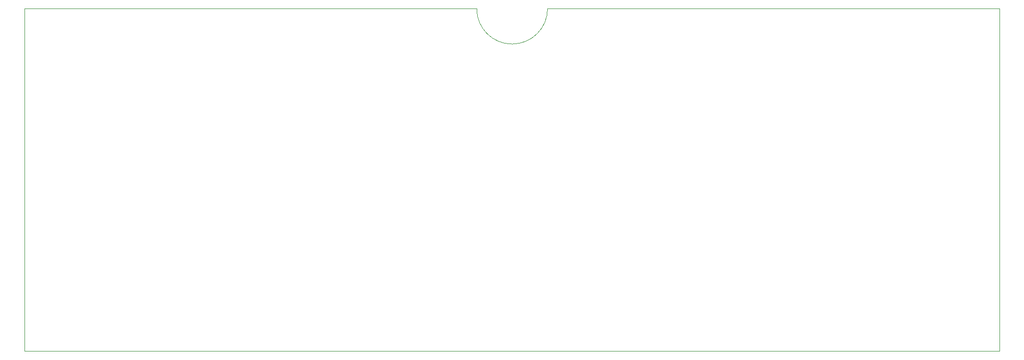
<source format=gko>
G04 #@! TF.GenerationSoftware,KiCad,Pcbnew,(5.1.0)-1*
G04 #@! TF.CreationDate,2019-04-19T18:14:24+02:00*
G04 #@! TF.ProjectId,pcb_main,7063625f-6d61-4696-9e2e-6b696361645f,rev?*
G04 #@! TF.SameCoordinates,Original*
G04 #@! TF.FileFunction,Profile,NP*
%FSLAX46Y46*%
G04 Gerber Fmt 4.6, Leading zero omitted, Abs format (unit mm)*
G04 Created by KiCad (PCBNEW (5.1.0)-1) date 2019-04-19 18:14:24*
%MOMM*%
%LPD*%
G04 APERTURE LIST*
%ADD10C,0.100000*%
G04 APERTURE END LIST*
D10*
X168500000Y-102000000D02*
G75*
G02X156500000Y-102000000I-6000000J0D01*
G01*
X80000000Y-102000000D02*
X156500000Y-102000000D01*
X80000000Y-160000000D02*
X80000000Y-102000000D01*
X245000000Y-102000000D02*
X168500000Y-102000000D01*
X245000000Y-160000000D02*
X245000000Y-102000000D01*
X80000000Y-160000000D02*
X245000000Y-160000000D01*
M02*

</source>
